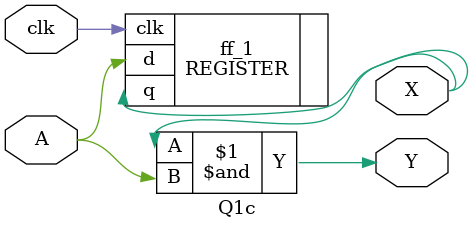
<source format=v>
module Q1c (
    input A, clk,
    output X, Y
);
    REGISTER ff_1(.q(X), .d(A), .clk(clk));

    assign Y = X & A;
endmodule
                                                                                                                            

</source>
